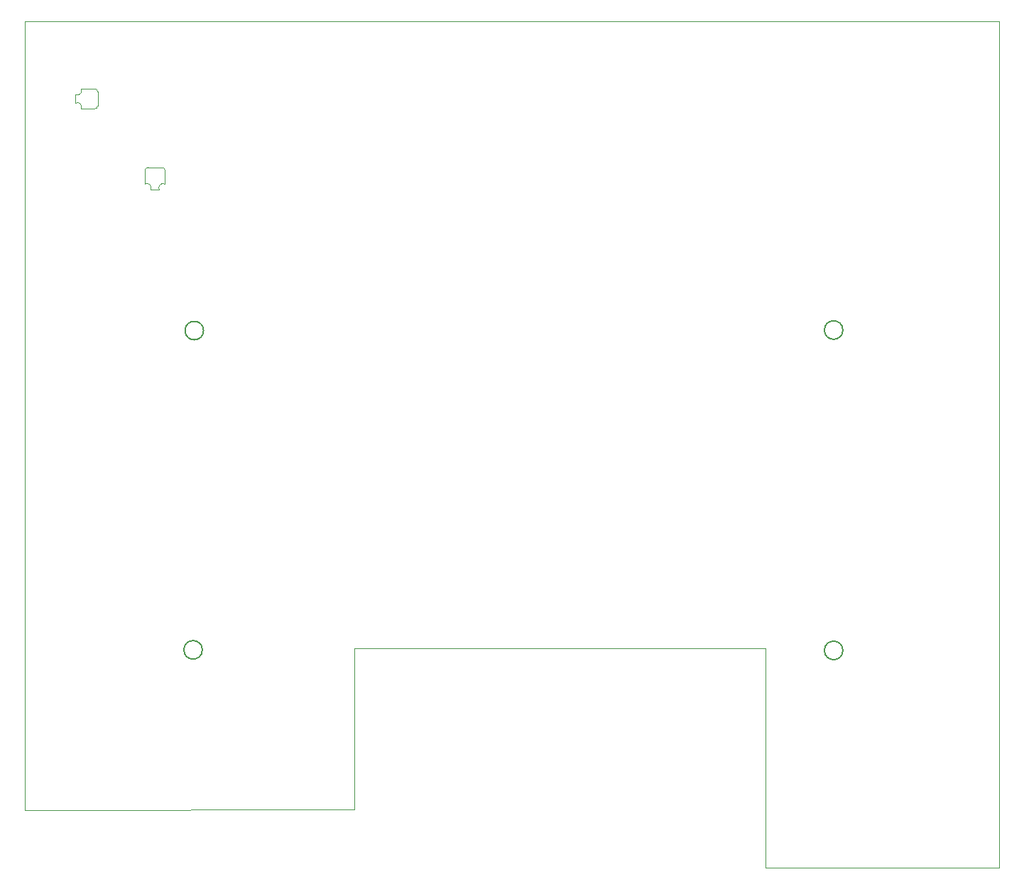
<source format=gbr>
%TF.GenerationSoftware,KiCad,Pcbnew,8.0.7*%
%TF.CreationDate,2025-02-26T14:12:20+09:00*%
%TF.ProjectId,cool642tb_R,636f6f6c-3634-4327-9462-5f522e6b6963,rev?*%
%TF.SameCoordinates,Original*%
%TF.FileFunction,Profile,NP*%
%FSLAX46Y46*%
G04 Gerber Fmt 4.6, Leading zero omitted, Abs format (unit mm)*
G04 Created by KiCad (PCBNEW 8.0.7) date 2025-02-26 14:12:20*
%MOMM*%
%LPD*%
G01*
G04 APERTURE LIST*
%TA.AperFunction,Profile*%
%ADD10C,0.050000*%
%TD*%
%TA.AperFunction,Profile*%
%ADD11C,0.200000*%
%TD*%
%TA.AperFunction,Profile*%
%ADD12C,0.120000*%
%TD*%
G04 APERTURE END LIST*
D10*
X86419999Y27382636D02*
X86459999Y-73567364D01*
D11*
X67810000Y-47670000D02*
G75*
G02*
X65610000Y-47670000I-1100000J0D01*
G01*
X65610000Y-47670000D02*
G75*
G02*
X67810000Y-47670000I1100000J0D01*
G01*
D10*
X86459999Y-73567364D02*
X58610000Y-73557364D01*
D11*
X67810000Y-9470000D02*
G75*
G02*
X65610000Y-9470000I-1100000J0D01*
G01*
X65610000Y-9470000D02*
G75*
G02*
X67810000Y-9470000I1100000J0D01*
G01*
D10*
X9580000Y-47410000D02*
X9580000Y-66640000D01*
X58610000Y-73557364D02*
X58570000Y-47410000D01*
D11*
X-8420000Y-9530000D02*
G75*
G02*
X-10620000Y-9530000I-1100000J0D01*
G01*
X-10620000Y-9530000D02*
G75*
G02*
X-8420000Y-9530000I1100000J0D01*
G01*
D10*
X9580000Y-66640000D02*
X-29750001Y-66687364D01*
X-29750001Y27382636D02*
X86419999Y27382636D01*
X58570000Y-47410000D02*
X9580000Y-47410000D01*
D11*
X-8560000Y-47600000D02*
G75*
G02*
X-10760000Y-47600000I-1100000J0D01*
G01*
X-10760000Y-47600000D02*
G75*
G02*
X-8560000Y-47600000I1100000J0D01*
G01*
D10*
X-29750001Y-66687364D02*
X-29750001Y27382636D01*
D12*
%TO.C,U1*%
X-23697753Y17580553D02*
X-23697753Y18621953D01*
X-23011953Y19307753D02*
X-21411753Y19307753D01*
X-21411753Y16894753D02*
X-23011953Y16894753D01*
X-21030753Y18926753D02*
X-21030753Y17275753D01*
X-15417753Y7938047D02*
X-15417753Y9538247D01*
X-15036753Y9919247D02*
X-13385753Y9919247D01*
X-13690553Y7252247D02*
X-14731953Y7252247D01*
X-13004753Y9538247D02*
X-13004753Y7938047D01*
X-23697753Y17580553D02*
G75*
G02*
X-23011953Y16894753I247753J-438047D01*
G01*
X-23011953Y19307753D02*
G75*
G02*
X-23697753Y18621953I-438047J-247753D01*
G01*
X-21411753Y19307753D02*
G75*
G02*
X-21030753Y18926753I8J-380992D01*
G01*
X-21030753Y17275753D02*
G75*
G02*
X-21411753Y16894753I-380996J-4D01*
G01*
X-15417753Y9538247D02*
G75*
G02*
X-15036753Y9919253I381003J3D01*
G01*
X-15417753Y7938047D02*
G75*
G02*
X-14731953Y7252247I247753J-438047D01*
G01*
X-13690553Y7252247D02*
G75*
G02*
X-13004749Y7938054I438053J247753D01*
G01*
X-13385753Y9919247D02*
G75*
G02*
X-13004753Y9538247I3J-380997D01*
G01*
%TD*%
M02*

</source>
